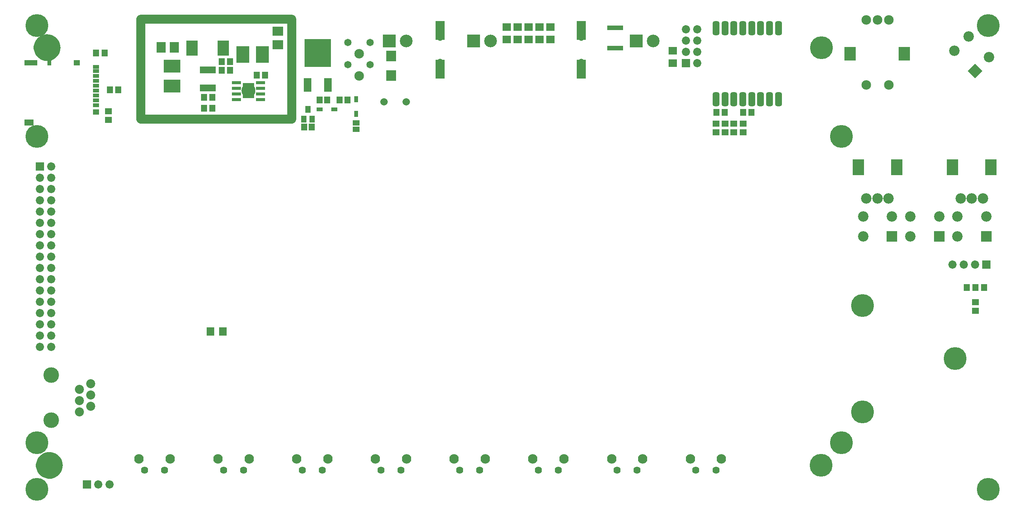
<source format=gts>
G04*
G04 #@! TF.GenerationSoftware,Altium Limited,Altium Designer,21.5.1 (32)*
G04*
G04 Layer_Color=8388736*
%FSLAX25Y25*%
%MOIN*%
G70*
G04*
G04 #@! TF.SameCoordinates,D9A27908-B339-4E15-AEEB-BE0A6D91D8F4*
G04*
G04*
G04 #@! TF.FilePolarity,Negative*
G04*
G01*
G75*
%ADD17C,0.07874*%
%ADD18R,0.06496X0.05709*%
%ADD19R,0.06890X0.07677*%
%ADD20R,0.09252X0.08465*%
%ADD21R,0.07677X0.06890*%
%ADD22R,0.05709X0.06496*%
%ADD23R,0.11221X0.14764*%
G04:AMPARAMS|DCode=24|XSize=124.02mil|YSize=61.02mil|CornerRadius=16.73mil|HoleSize=0mil|Usage=FLASHONLY|Rotation=270.000|XOffset=0mil|YOffset=0mil|HoleType=Round|Shape=RoundedRectangle|*
%AMROUNDEDRECTD24*
21,1,0.12402,0.02756,0,0,270.0*
21,1,0.09055,0.06102,0,0,270.0*
1,1,0.03347,-0.01378,-0.04528*
1,1,0.03347,-0.01378,0.04528*
1,1,0.03347,0.01378,0.04528*
1,1,0.03347,0.01378,-0.04528*
%
%ADD24ROUNDEDRECTD24*%
%ADD25R,0.08268X0.16535*%
%ADD26R,0.10079X0.13583*%
%ADD27R,0.08465X0.02953*%
%ADD28R,0.13976X0.06102*%
%ADD29R,0.14764X0.11221*%
%ADD30R,0.08465X0.09252*%
%ADD31R,0.10039X0.13583*%
%ADD32R,0.05315X0.06299*%
%ADD33R,0.04528X0.06102*%
%ADD34R,0.23425X0.25000*%
%ADD35R,0.06890X0.12402*%
%ADD36R,0.05315X0.03347*%
%ADD37R,0.05315X0.04528*%
%ADD38R,0.03740X0.04528*%
%ADD39R,0.11614X0.04528*%
%ADD40R,0.08071X0.05709*%
%ADD41R,0.14094X0.03937*%
%ADD42R,0.03543X0.05512*%
%ADD43R,0.05512X0.03543*%
%ADD44R,0.09055X0.09252*%
%ADD45R,0.05906X0.05118*%
%ADD46R,0.07284X0.07284*%
%ADD47C,0.07284*%
%ADD48C,0.13780*%
%ADD49C,0.07991*%
%ADD50C,0.06496*%
%ADD51C,0.08465*%
%ADD52R,0.09252X0.09252*%
%ADD53C,0.09252*%
%ADD54C,0.06394*%
%ADD55C,0.08394*%
%ADD56P,0.13084X4X180.0*%
%ADD57R,0.11221X0.11221*%
%ADD58C,0.11221*%
%ADD59R,0.10433X0.14370*%
%ADD60C,0.06555*%
%ADD61R,0.07284X0.07284*%
%ADD62R,0.10433X0.12402*%
%ADD63C,0.20276*%
G04:AMPARAMS|DCode=64|XSize=124.02mil|YSize=64.96mil|CornerRadius=17.72mil|HoleSize=0mil|Usage=FLASHONLY|Rotation=0.000|XOffset=0mil|YOffset=0mil|HoleType=Round|Shape=RoundedRectangle|*
%AMROUNDEDRECTD64*
21,1,0.12402,0.02953,0,0,0.0*
21,1,0.08858,0.06496,0,0,0.0*
1,1,0.03543,0.04429,-0.01476*
1,1,0.03543,-0.04429,-0.01476*
1,1,0.03543,-0.04429,0.01476*
1,1,0.03543,0.04429,0.01476*
%
%ADD64ROUNDEDRECTD64*%
G04:AMPARAMS|DCode=65|XSize=124.02mil|YSize=64.96mil|CornerRadius=17.72mil|HoleSize=0mil|Usage=FLASHONLY|Rotation=90.000|XOffset=0mil|YOffset=0mil|HoleType=Round|Shape=RoundedRectangle|*
%AMROUNDEDRECTD65*
21,1,0.12402,0.02953,0,0,90.0*
21,1,0.08858,0.06496,0,0,90.0*
1,1,0.03543,0.01476,0.04429*
1,1,0.03543,0.01476,-0.04429*
1,1,0.03543,-0.01476,-0.04429*
1,1,0.03543,-0.01476,0.04429*
%
%ADD65ROUNDEDRECTD65*%
%ADD66C,0.12402*%
%ADD67C,0.03740*%
%ADD68C,0.04528*%
D17*
X30866Y-401968D02*
X30801Y-400962D01*
X30609Y-399971D01*
X30291Y-399014D01*
X29853Y-398105D01*
X29302Y-397259D01*
X28648Y-396491D01*
X27902Y-395812D01*
X27074Y-395235D01*
X26179Y-394768D01*
X25232Y-394420D01*
X24249Y-394195D01*
X23245Y-394098D01*
X22236Y-394131D01*
X21240Y-394292D01*
X20273Y-394579D01*
X19350Y-394987D01*
X18487Y-395510D01*
X17698Y-396140D01*
X16996Y-396864D01*
X16393Y-397673D01*
X15898Y-398552D01*
X15519Y-399487D01*
X15263Y-400463D01*
X15134Y-401464D01*
Y-402473D01*
X15263Y-403474D01*
X15519Y-404450D01*
X15898Y-405385D01*
X16393Y-406264D01*
X16996Y-407073D01*
X17698Y-407797D01*
X18487Y-408427D01*
X19350Y-408950D01*
X20273Y-409358D01*
X21240Y-409645D01*
X22236Y-409806D01*
X23245Y-409838D01*
X24249Y-409742D01*
X25232Y-409517D01*
X26179Y-409169D01*
X27074Y-408702D01*
X27902Y-408125D01*
X28648Y-407446D01*
X29302Y-406678D01*
X29853Y-405832D01*
X30291Y-404923D01*
X30609Y-403966D01*
X30801Y-402975D01*
X30866Y-401968D01*
X28858Y-31496D02*
X28794Y-30489D01*
X28601Y-29499D01*
X28283Y-28541D01*
X27845Y-27632D01*
X27295Y-26787D01*
X26641Y-26018D01*
X25894Y-25340D01*
X25066Y-24763D01*
X24171Y-24296D01*
X23225Y-23947D01*
X22241Y-23723D01*
X21237Y-23626D01*
X20228Y-23658D01*
X19232Y-23820D01*
X18265Y-24106D01*
X17342Y-24515D01*
X16479Y-25038D01*
X15690Y-25667D01*
X14989Y-26392D01*
X14385Y-27200D01*
X13890Y-28080D01*
X13511Y-29015D01*
X13255Y-29991D01*
X13126Y-30992D01*
Y-32000D01*
X13255Y-33001D01*
X13511Y-33977D01*
X13890Y-34912D01*
X14385Y-35792D01*
X14989Y-36600D01*
X15690Y-37325D01*
X16479Y-37954D01*
X17342Y-38477D01*
X18265Y-38886D01*
X19232Y-39173D01*
X20228Y-39334D01*
X21237Y-39366D01*
X22241Y-39269D01*
X23225Y-39045D01*
X24171Y-38696D01*
X25066Y-38230D01*
X25894Y-37652D01*
X26640Y-36974D01*
X27295Y-36206D01*
X27845Y-35360D01*
X28283Y-34451D01*
X28601Y-33493D01*
X28794Y-32503D01*
X28858Y-31496D01*
X103937Y-94882D02*
X237795D01*
X103937D02*
Y-6299D01*
X237795D01*
Y-94882D02*
Y-6299D01*
D18*
X637402Y-99016D02*
D03*
Y-106496D02*
D03*
X842913Y-257282D02*
D03*
Y-264763D02*
D03*
X613386Y-106496D02*
D03*
Y-99016D02*
D03*
X629134Y-106496D02*
D03*
Y-99016D02*
D03*
X621260Y-106496D02*
D03*
Y-99016D02*
D03*
X75354Y-87992D02*
D03*
Y-95472D02*
D03*
D19*
X176772Y-283071D02*
D03*
X165748D02*
D03*
D20*
X225197Y-16929D02*
D03*
Y-28740D02*
D03*
D21*
X574803Y-45276D02*
D03*
Y-34252D02*
D03*
X447364Y-13248D02*
D03*
Y-24272D02*
D03*
X437687Y-13248D02*
D03*
Y-24272D02*
D03*
X428010Y-13248D02*
D03*
Y-24272D02*
D03*
X466718Y-13248D02*
D03*
Y-24272D02*
D03*
X457041Y-13248D02*
D03*
Y-24272D02*
D03*
D22*
X213976Y-55905D02*
D03*
X206496D02*
D03*
X843110Y-244094D02*
D03*
X850591D02*
D03*
X842913D02*
D03*
X835433D02*
D03*
X637205Y-88976D02*
D03*
X644685D02*
D03*
X621063D02*
D03*
X613583D02*
D03*
X64370Y-36220D02*
D03*
X71850D02*
D03*
X76575Y-68898D02*
D03*
X84055D02*
D03*
X167421Y-75689D02*
D03*
X159941D02*
D03*
X159941Y-85138D02*
D03*
X167421D02*
D03*
X183026Y-51426D02*
D03*
X175546D02*
D03*
X183029Y-43945D02*
D03*
X175548D02*
D03*
D23*
X211650Y-37402D02*
D03*
X194150D02*
D03*
D24*
X668504Y-77165D02*
D03*
X660630D02*
D03*
X652756D02*
D03*
X644882D02*
D03*
X637008D02*
D03*
X629134D02*
D03*
X621260D02*
D03*
X613386D02*
D03*
Y-14173D02*
D03*
X621260D02*
D03*
X629134D02*
D03*
X637008D02*
D03*
X644882D02*
D03*
X652756D02*
D03*
X660630D02*
D03*
X668504D02*
D03*
D25*
X368898Y-50591D02*
D03*
Y-16339D02*
D03*
X494095Y-50591D02*
D03*
Y-16339D02*
D03*
D26*
X199409Y-69685D02*
D03*
D27*
X188779Y-77579D02*
D03*
Y-72579D02*
D03*
Y-67579D02*
D03*
Y-62579D02*
D03*
X210039D02*
D03*
Y-67579D02*
D03*
Y-72579D02*
D03*
Y-77579D02*
D03*
D28*
X163287Y-67224D02*
D03*
Y-51083D02*
D03*
D29*
X131650Y-65437D02*
D03*
Y-47937D02*
D03*
D30*
X121807Y-31347D02*
D03*
X133618D02*
D03*
D31*
X149465Y-31741D02*
D03*
X176827D02*
D03*
D32*
X248622Y-101969D02*
D03*
X255315D02*
D03*
X280118Y-77953D02*
D03*
X286811D02*
D03*
X269094D02*
D03*
X262402D02*
D03*
D33*
X255709Y-94882D02*
D03*
X251969Y-86221D02*
D03*
X248228Y-94882D02*
D03*
D34*
X260630Y-36220D02*
D03*
D35*
X269646Y-64567D02*
D03*
X251614D02*
D03*
D36*
X64378Y-82579D02*
D03*
Y-78248D02*
D03*
Y-73917D02*
D03*
Y-69587D02*
D03*
Y-65256D02*
D03*
Y-60925D02*
D03*
Y-56595D02*
D03*
Y-52264D02*
D03*
Y-48524D02*
D03*
D37*
Y-88681D02*
D03*
X47449Y-44783D02*
D03*
D38*
X23043D02*
D03*
D39*
X6705D02*
D03*
D40*
X4929Y-97933D02*
D03*
D41*
X524016Y-13780D02*
D03*
Y-31890D02*
D03*
D42*
X294488Y-77362D02*
D03*
Y-90354D02*
D03*
D43*
X262402Y-86221D02*
D03*
X275394D02*
D03*
D44*
X325590Y-56299D02*
D03*
Y-38976D02*
D03*
D45*
X294488Y-98327D02*
D03*
Y-104035D02*
D03*
D46*
X14500Y-137000D02*
D03*
X56142Y-418898D02*
D03*
X852795Y-223878D02*
D03*
D47*
X24500Y-137000D02*
D03*
X14500Y-147000D02*
D03*
X24500D02*
D03*
X14500Y-157000D02*
D03*
X24500D02*
D03*
X14500Y-167000D02*
D03*
X24500D02*
D03*
X14500Y-177000D02*
D03*
X24500D02*
D03*
X14500Y-187000D02*
D03*
X24500D02*
D03*
X14500Y-197000D02*
D03*
X24500D02*
D03*
X14500Y-207000D02*
D03*
X24500D02*
D03*
X14500Y-217000D02*
D03*
X24500D02*
D03*
X14500Y-227000D02*
D03*
X24500D02*
D03*
X14500Y-237000D02*
D03*
X24500D02*
D03*
X14500Y-247000D02*
D03*
X24500D02*
D03*
X14500Y-257000D02*
D03*
X24500D02*
D03*
X14500Y-267000D02*
D03*
X24500D02*
D03*
X14500Y-277000D02*
D03*
X24500D02*
D03*
X14500Y-287000D02*
D03*
X24500D02*
D03*
X14500Y-297000D02*
D03*
X24500D02*
D03*
X76142Y-418898D02*
D03*
X66142Y-418898D02*
D03*
X596577Y-15276D02*
D03*
X586577D02*
D03*
X596577Y-25276D02*
D03*
X586577D02*
D03*
X596577Y-35276D02*
D03*
X586577D02*
D03*
X596577Y-45276D02*
D03*
X822795Y-223878D02*
D03*
X832795D02*
D03*
X842795D02*
D03*
D48*
X24563Y-361898D02*
D03*
Y-321898D02*
D03*
D49*
X49563Y-354398D02*
D03*
X59563Y-349398D02*
D03*
X49563Y-344398D02*
D03*
X59563Y-339398D02*
D03*
X49563Y-334398D02*
D03*
X59563Y-329398D02*
D03*
D50*
X287441Y-46654D02*
D03*
Y-26969D02*
D03*
X307126Y-46654D02*
D03*
Y-26969D02*
D03*
D51*
X297284Y-56496D02*
D03*
Y-36811D02*
D03*
X766453Y-64428D02*
D03*
X746453D02*
D03*
X766453Y-6928D02*
D03*
X756453D02*
D03*
X746453D02*
D03*
D52*
X852559Y-199016D02*
D03*
X810827D02*
D03*
X769095D02*
D03*
D53*
X852559Y-181299D02*
D03*
X826968D02*
D03*
X826968Y-199016D02*
D03*
X785236D02*
D03*
X785236Y-181299D02*
D03*
X810827D02*
D03*
X743504Y-199016D02*
D03*
X743504Y-181299D02*
D03*
X769095D02*
D03*
X824452Y-34224D02*
D03*
X836980Y-21696D02*
D03*
X855075Y-39792D02*
D03*
X756240Y-165217D02*
D03*
X746398D02*
D03*
X766083D02*
D03*
X849547D02*
D03*
X829862D02*
D03*
X839705D02*
D03*
D54*
X316635Y-406142D02*
D03*
X334351D02*
D03*
X246936D02*
D03*
X264653D02*
D03*
X595429D02*
D03*
X613146D02*
D03*
X456032D02*
D03*
X473748D02*
D03*
X177238D02*
D03*
X194954D02*
D03*
X525731D02*
D03*
X543447D02*
D03*
X386333D02*
D03*
X404050D02*
D03*
X107240D02*
D03*
X124957D02*
D03*
D55*
X311714Y-396299D02*
D03*
X339273D02*
D03*
X242015D02*
D03*
X269574D02*
D03*
X590508D02*
D03*
X618067D02*
D03*
X451111D02*
D03*
X478670D02*
D03*
X172317D02*
D03*
X199876D02*
D03*
X520809D02*
D03*
X548368D02*
D03*
X381412D02*
D03*
X408971D02*
D03*
X102319D02*
D03*
X129878D02*
D03*
D56*
X842548Y-52319D02*
D03*
D57*
X398799Y-25591D02*
D03*
X542500D02*
D03*
X323976D02*
D03*
D58*
X413799D02*
D03*
X557500D02*
D03*
X338976D02*
D03*
D59*
X739262Y-137657D02*
D03*
X773216D02*
D03*
X856681D02*
D03*
X822726D02*
D03*
D60*
X339075Y-79528D02*
D03*
X319193D02*
D03*
D61*
X586577Y-45276D02*
D03*
D62*
X780075Y-36928D02*
D03*
X732043D02*
D03*
D63*
X11811Y-381890D02*
D03*
Y-110236D02*
D03*
X854331Y-423228D02*
D03*
X724409Y-381890D02*
D03*
X743071Y-354429D02*
D03*
X824961Y-307185D02*
D03*
X742972Y-260039D02*
D03*
X724409Y-110236D02*
D03*
X854331Y-11811D02*
D03*
X706563Y-31640D02*
D03*
X706461Y-401879D02*
D03*
X23010Y-402027D02*
D03*
X20899Y-31634D02*
D03*
X11811Y-423228D02*
D03*
Y-11811D02*
D03*
D64*
X118110Y-94882D02*
D03*
X118307Y-6299D02*
D03*
X223622Y-94882D02*
D03*
X223819Y-6299D02*
D03*
D65*
X103937Y-80118D02*
D03*
Y-22638D02*
D03*
X237795Y-80118D02*
D03*
Y-22638D02*
D03*
D66*
X199409Y-69685D02*
D03*
D67*
X193658Y-32528D02*
D03*
D68*
X368898Y-43701D02*
D03*
X494095D02*
D03*
X368898Y-23228D02*
D03*
X494095D02*
D03*
M02*

</source>
